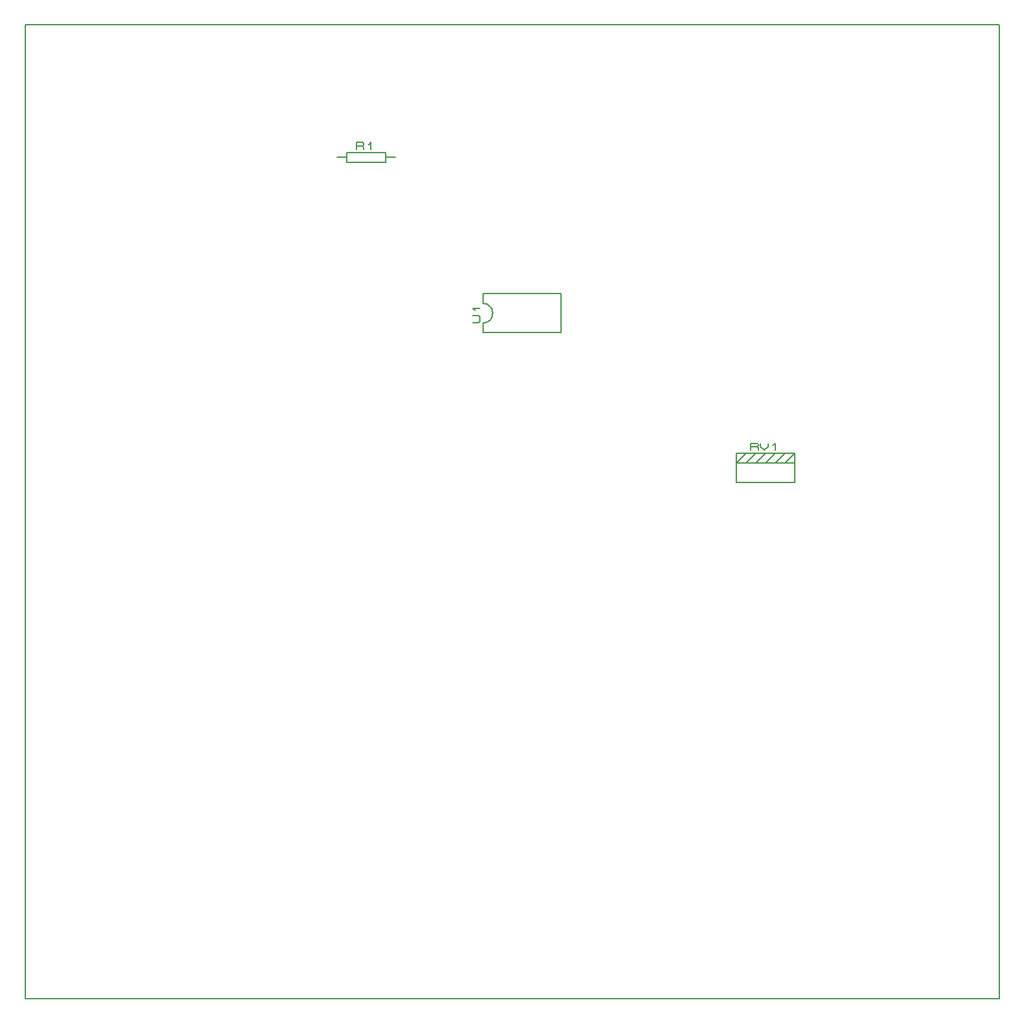
<source format=gbr>
G04 PROTEUS GERBER X2 FILE*
%TF.GenerationSoftware,Labcenter,Proteus,8.8-SP1-Build27031*%
%TF.CreationDate,2025-10-10T10:26:23+00:00*%
%TF.FileFunction,Legend,Top*%
%TF.FilePolarity,Positive*%
%TF.Part,Single*%
%TF.SameCoordinates,{8094492f-3ff1-471c-8339-2af907f7cf70}*%
%FSLAX45Y45*%
%MOMM*%
G01*
%TA.AperFunction,Material*%
%ADD15C,0.203200*%
%TD.AperFunction*%
D15*
X-2286000Y+4622666D02*
X-2159000Y+4622666D01*
X-2159000Y+4559166D02*
X-1651000Y+4559166D01*
X-1651000Y+4686166D01*
X-2159000Y+4686166D01*
X-2159000Y+4559166D01*
X-1651000Y+4622666D02*
X-1524000Y+4622666D01*
X-2032000Y+4726806D02*
X-2032000Y+4818246D01*
X-1952625Y+4818246D01*
X-1936750Y+4803006D01*
X-1936750Y+4787766D01*
X-1952625Y+4772526D01*
X-2032000Y+4772526D01*
X-1952625Y+4772526D02*
X-1936750Y+4757286D01*
X-1936750Y+4726806D01*
X-1873250Y+4787766D02*
X-1841500Y+4818246D01*
X-1841500Y+4726806D01*
X+2921000Y+381000D02*
X+3683000Y+381000D01*
X+3683000Y+635000D01*
X+2921000Y+635000D01*
X+2921000Y+381000D01*
X+2921000Y+635000D02*
X+2921000Y+762000D01*
X+3683000Y+762000D01*
X+3683000Y+635000D01*
X+2921000Y+635000D02*
X+3048000Y+762000D01*
X+3048000Y+635000D02*
X+3175000Y+762000D01*
X+3175000Y+635000D02*
X+3302000Y+762000D01*
X+3302000Y+635000D02*
X+3429000Y+762000D01*
X+3429000Y+635000D02*
X+3556000Y+762000D01*
X+3556000Y+635000D02*
X+3683000Y+762000D01*
X+3111500Y+802640D02*
X+3111500Y+894080D01*
X+3190875Y+894080D01*
X+3206750Y+878840D01*
X+3206750Y+863600D01*
X+3190875Y+848360D01*
X+3111500Y+848360D01*
X+3190875Y+848360D02*
X+3206750Y+833120D01*
X+3206750Y+802640D01*
X+3238500Y+894080D02*
X+3238500Y+848360D01*
X+3286125Y+802640D01*
X+3333750Y+848360D01*
X+3333750Y+894080D01*
X+3397250Y+863600D02*
X+3429000Y+894080D01*
X+3429000Y+802640D01*
X-381000Y+2717666D02*
X-381000Y+2844666D01*
X+635000Y+2844666D01*
X+635000Y+2336666D01*
X-381000Y+2336666D01*
X-381000Y+2463666D01*
X-254000Y+2590666D02*
X-256436Y+2616542D01*
X-263485Y+2640514D01*
X-274762Y+2662104D01*
X-289878Y+2680836D01*
X-308446Y+2696235D01*
X-330081Y+2707824D01*
X-354394Y+2715126D01*
X-381000Y+2717666D01*
X-254000Y+2590666D02*
X-256436Y+2564060D01*
X-263485Y+2539747D01*
X-274762Y+2518112D01*
X-289878Y+2499544D01*
X-308446Y+2484428D01*
X-330081Y+2473151D01*
X-354394Y+2466102D01*
X-381000Y+2463666D01*
X-513080Y+2463666D02*
X-436880Y+2463666D01*
X-421640Y+2479541D01*
X-421640Y+2543041D01*
X-436880Y+2558916D01*
X-513080Y+2558916D01*
X-482600Y+2622416D02*
X-513080Y+2654166D01*
X-421640Y+2654166D01*
X-6350000Y+6350000D02*
X-6350000Y-6350000D01*
X+6350000Y-6350000D01*
X+6350000Y+6350000D01*
X-6350000Y+6350000D01*
M02*

</source>
